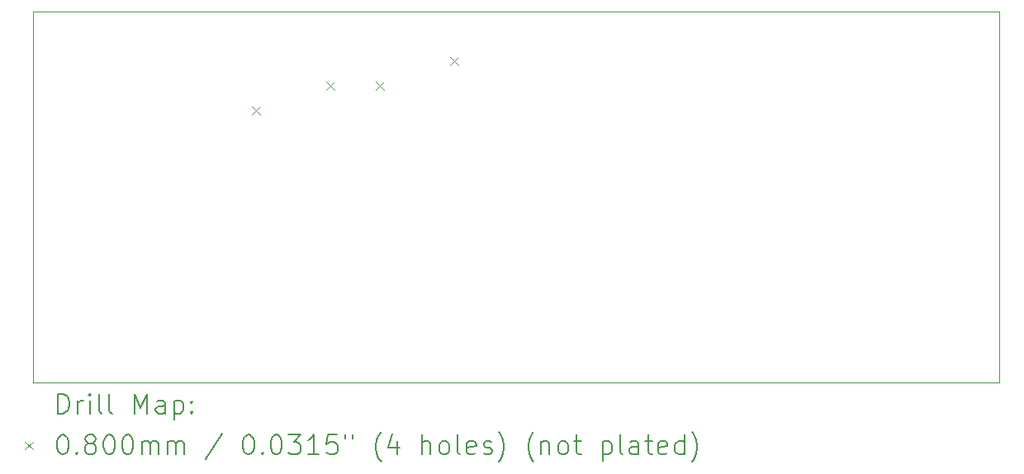
<source format=gbr>
%TF.GenerationSoftware,KiCad,Pcbnew,9.0.3+dfsg-1*%
%TF.CreationDate,2026-02-21T17:58:44+01:00*%
%TF.ProjectId,MaxPilot,4d617850-696c-46f7-942e-6b696361645f,rev?*%
%TF.SameCoordinates,Original*%
%TF.FileFunction,Drillmap*%
%TF.FilePolarity,Positive*%
%FSLAX45Y45*%
G04 Gerber Fmt 4.5, Leading zero omitted, Abs format (unit mm)*
G04 Created by KiCad (PCBNEW 9.0.3+dfsg-1) date 2026-02-21 17:58:44*
%MOMM*%
%LPD*%
G01*
G04 APERTURE LIST*
%ADD10C,0.100000*%
%ADD11C,0.200000*%
G04 APERTURE END LIST*
D10*
X1270000Y-1270000D02*
X11176000Y-1270000D01*
X11176000Y-5080000D02*
X1270000Y-5080000D01*
X11176000Y-1270000D02*
X11176000Y-5080000D01*
X1270000Y-5080000D02*
X1270000Y-1270000D01*
D11*
D10*
X3516000Y-2246000D02*
X3596000Y-2326000D01*
X3596000Y-2246000D02*
X3516000Y-2326000D01*
X4278000Y-1992000D02*
X4358000Y-2072000D01*
X4358000Y-1992000D02*
X4278000Y-2072000D01*
X4786000Y-1992000D02*
X4866000Y-2072000D01*
X4866000Y-1992000D02*
X4786000Y-2072000D01*
X5548000Y-1738000D02*
X5628000Y-1818000D01*
X5628000Y-1738000D02*
X5548000Y-1818000D01*
D11*
X1525777Y-5396484D02*
X1525777Y-5196484D01*
X1525777Y-5196484D02*
X1573396Y-5196484D01*
X1573396Y-5196484D02*
X1601967Y-5206008D01*
X1601967Y-5206008D02*
X1621015Y-5225055D01*
X1621015Y-5225055D02*
X1630539Y-5244103D01*
X1630539Y-5244103D02*
X1640062Y-5282198D01*
X1640062Y-5282198D02*
X1640062Y-5310770D01*
X1640062Y-5310770D02*
X1630539Y-5348865D01*
X1630539Y-5348865D02*
X1621015Y-5367912D01*
X1621015Y-5367912D02*
X1601967Y-5386960D01*
X1601967Y-5386960D02*
X1573396Y-5396484D01*
X1573396Y-5396484D02*
X1525777Y-5396484D01*
X1725777Y-5396484D02*
X1725777Y-5263150D01*
X1725777Y-5301246D02*
X1735301Y-5282198D01*
X1735301Y-5282198D02*
X1744824Y-5272674D01*
X1744824Y-5272674D02*
X1763872Y-5263150D01*
X1763872Y-5263150D02*
X1782920Y-5263150D01*
X1849586Y-5396484D02*
X1849586Y-5263150D01*
X1849586Y-5196484D02*
X1840062Y-5206008D01*
X1840062Y-5206008D02*
X1849586Y-5215531D01*
X1849586Y-5215531D02*
X1859110Y-5206008D01*
X1859110Y-5206008D02*
X1849586Y-5196484D01*
X1849586Y-5196484D02*
X1849586Y-5215531D01*
X1973396Y-5396484D02*
X1954348Y-5386960D01*
X1954348Y-5386960D02*
X1944824Y-5367912D01*
X1944824Y-5367912D02*
X1944824Y-5196484D01*
X2078158Y-5396484D02*
X2059110Y-5386960D01*
X2059110Y-5386960D02*
X2049586Y-5367912D01*
X2049586Y-5367912D02*
X2049586Y-5196484D01*
X2306729Y-5396484D02*
X2306729Y-5196484D01*
X2306729Y-5196484D02*
X2373396Y-5339341D01*
X2373396Y-5339341D02*
X2440063Y-5196484D01*
X2440063Y-5196484D02*
X2440063Y-5396484D01*
X2621015Y-5396484D02*
X2621015Y-5291722D01*
X2621015Y-5291722D02*
X2611491Y-5272674D01*
X2611491Y-5272674D02*
X2592444Y-5263150D01*
X2592444Y-5263150D02*
X2554348Y-5263150D01*
X2554348Y-5263150D02*
X2535301Y-5272674D01*
X2621015Y-5386960D02*
X2601967Y-5396484D01*
X2601967Y-5396484D02*
X2554348Y-5396484D01*
X2554348Y-5396484D02*
X2535301Y-5386960D01*
X2535301Y-5386960D02*
X2525777Y-5367912D01*
X2525777Y-5367912D02*
X2525777Y-5348865D01*
X2525777Y-5348865D02*
X2535301Y-5329817D01*
X2535301Y-5329817D02*
X2554348Y-5320293D01*
X2554348Y-5320293D02*
X2601967Y-5320293D01*
X2601967Y-5320293D02*
X2621015Y-5310770D01*
X2716253Y-5263150D02*
X2716253Y-5463150D01*
X2716253Y-5272674D02*
X2735301Y-5263150D01*
X2735301Y-5263150D02*
X2773396Y-5263150D01*
X2773396Y-5263150D02*
X2792444Y-5272674D01*
X2792444Y-5272674D02*
X2801967Y-5282198D01*
X2801967Y-5282198D02*
X2811491Y-5301246D01*
X2811491Y-5301246D02*
X2811491Y-5358389D01*
X2811491Y-5358389D02*
X2801967Y-5377436D01*
X2801967Y-5377436D02*
X2792444Y-5386960D01*
X2792444Y-5386960D02*
X2773396Y-5396484D01*
X2773396Y-5396484D02*
X2735301Y-5396484D01*
X2735301Y-5396484D02*
X2716253Y-5386960D01*
X2897205Y-5377436D02*
X2906729Y-5386960D01*
X2906729Y-5386960D02*
X2897205Y-5396484D01*
X2897205Y-5396484D02*
X2887682Y-5386960D01*
X2887682Y-5386960D02*
X2897205Y-5377436D01*
X2897205Y-5377436D02*
X2897205Y-5396484D01*
X2897205Y-5272674D02*
X2906729Y-5282198D01*
X2906729Y-5282198D02*
X2897205Y-5291722D01*
X2897205Y-5291722D02*
X2887682Y-5282198D01*
X2887682Y-5282198D02*
X2897205Y-5272674D01*
X2897205Y-5272674D02*
X2897205Y-5291722D01*
D10*
X1185000Y-5685000D02*
X1265000Y-5765000D01*
X1265000Y-5685000D02*
X1185000Y-5765000D01*
D11*
X1563872Y-5616484D02*
X1582920Y-5616484D01*
X1582920Y-5616484D02*
X1601967Y-5626008D01*
X1601967Y-5626008D02*
X1611491Y-5635531D01*
X1611491Y-5635531D02*
X1621015Y-5654579D01*
X1621015Y-5654579D02*
X1630539Y-5692674D01*
X1630539Y-5692674D02*
X1630539Y-5740293D01*
X1630539Y-5740293D02*
X1621015Y-5778388D01*
X1621015Y-5778388D02*
X1611491Y-5797436D01*
X1611491Y-5797436D02*
X1601967Y-5806960D01*
X1601967Y-5806960D02*
X1582920Y-5816484D01*
X1582920Y-5816484D02*
X1563872Y-5816484D01*
X1563872Y-5816484D02*
X1544824Y-5806960D01*
X1544824Y-5806960D02*
X1535301Y-5797436D01*
X1535301Y-5797436D02*
X1525777Y-5778388D01*
X1525777Y-5778388D02*
X1516253Y-5740293D01*
X1516253Y-5740293D02*
X1516253Y-5692674D01*
X1516253Y-5692674D02*
X1525777Y-5654579D01*
X1525777Y-5654579D02*
X1535301Y-5635531D01*
X1535301Y-5635531D02*
X1544824Y-5626008D01*
X1544824Y-5626008D02*
X1563872Y-5616484D01*
X1716253Y-5797436D02*
X1725777Y-5806960D01*
X1725777Y-5806960D02*
X1716253Y-5816484D01*
X1716253Y-5816484D02*
X1706729Y-5806960D01*
X1706729Y-5806960D02*
X1716253Y-5797436D01*
X1716253Y-5797436D02*
X1716253Y-5816484D01*
X1840062Y-5702198D02*
X1821015Y-5692674D01*
X1821015Y-5692674D02*
X1811491Y-5683150D01*
X1811491Y-5683150D02*
X1801967Y-5664103D01*
X1801967Y-5664103D02*
X1801967Y-5654579D01*
X1801967Y-5654579D02*
X1811491Y-5635531D01*
X1811491Y-5635531D02*
X1821015Y-5626008D01*
X1821015Y-5626008D02*
X1840062Y-5616484D01*
X1840062Y-5616484D02*
X1878158Y-5616484D01*
X1878158Y-5616484D02*
X1897205Y-5626008D01*
X1897205Y-5626008D02*
X1906729Y-5635531D01*
X1906729Y-5635531D02*
X1916253Y-5654579D01*
X1916253Y-5654579D02*
X1916253Y-5664103D01*
X1916253Y-5664103D02*
X1906729Y-5683150D01*
X1906729Y-5683150D02*
X1897205Y-5692674D01*
X1897205Y-5692674D02*
X1878158Y-5702198D01*
X1878158Y-5702198D02*
X1840062Y-5702198D01*
X1840062Y-5702198D02*
X1821015Y-5711722D01*
X1821015Y-5711722D02*
X1811491Y-5721246D01*
X1811491Y-5721246D02*
X1801967Y-5740293D01*
X1801967Y-5740293D02*
X1801967Y-5778388D01*
X1801967Y-5778388D02*
X1811491Y-5797436D01*
X1811491Y-5797436D02*
X1821015Y-5806960D01*
X1821015Y-5806960D02*
X1840062Y-5816484D01*
X1840062Y-5816484D02*
X1878158Y-5816484D01*
X1878158Y-5816484D02*
X1897205Y-5806960D01*
X1897205Y-5806960D02*
X1906729Y-5797436D01*
X1906729Y-5797436D02*
X1916253Y-5778388D01*
X1916253Y-5778388D02*
X1916253Y-5740293D01*
X1916253Y-5740293D02*
X1906729Y-5721246D01*
X1906729Y-5721246D02*
X1897205Y-5711722D01*
X1897205Y-5711722D02*
X1878158Y-5702198D01*
X2040062Y-5616484D02*
X2059110Y-5616484D01*
X2059110Y-5616484D02*
X2078158Y-5626008D01*
X2078158Y-5626008D02*
X2087682Y-5635531D01*
X2087682Y-5635531D02*
X2097205Y-5654579D01*
X2097205Y-5654579D02*
X2106729Y-5692674D01*
X2106729Y-5692674D02*
X2106729Y-5740293D01*
X2106729Y-5740293D02*
X2097205Y-5778388D01*
X2097205Y-5778388D02*
X2087682Y-5797436D01*
X2087682Y-5797436D02*
X2078158Y-5806960D01*
X2078158Y-5806960D02*
X2059110Y-5816484D01*
X2059110Y-5816484D02*
X2040062Y-5816484D01*
X2040062Y-5816484D02*
X2021015Y-5806960D01*
X2021015Y-5806960D02*
X2011491Y-5797436D01*
X2011491Y-5797436D02*
X2001967Y-5778388D01*
X2001967Y-5778388D02*
X1992443Y-5740293D01*
X1992443Y-5740293D02*
X1992443Y-5692674D01*
X1992443Y-5692674D02*
X2001967Y-5654579D01*
X2001967Y-5654579D02*
X2011491Y-5635531D01*
X2011491Y-5635531D02*
X2021015Y-5626008D01*
X2021015Y-5626008D02*
X2040062Y-5616484D01*
X2230539Y-5616484D02*
X2249586Y-5616484D01*
X2249586Y-5616484D02*
X2268634Y-5626008D01*
X2268634Y-5626008D02*
X2278158Y-5635531D01*
X2278158Y-5635531D02*
X2287682Y-5654579D01*
X2287682Y-5654579D02*
X2297205Y-5692674D01*
X2297205Y-5692674D02*
X2297205Y-5740293D01*
X2297205Y-5740293D02*
X2287682Y-5778388D01*
X2287682Y-5778388D02*
X2278158Y-5797436D01*
X2278158Y-5797436D02*
X2268634Y-5806960D01*
X2268634Y-5806960D02*
X2249586Y-5816484D01*
X2249586Y-5816484D02*
X2230539Y-5816484D01*
X2230539Y-5816484D02*
X2211491Y-5806960D01*
X2211491Y-5806960D02*
X2201967Y-5797436D01*
X2201967Y-5797436D02*
X2192444Y-5778388D01*
X2192444Y-5778388D02*
X2182920Y-5740293D01*
X2182920Y-5740293D02*
X2182920Y-5692674D01*
X2182920Y-5692674D02*
X2192444Y-5654579D01*
X2192444Y-5654579D02*
X2201967Y-5635531D01*
X2201967Y-5635531D02*
X2211491Y-5626008D01*
X2211491Y-5626008D02*
X2230539Y-5616484D01*
X2382920Y-5816484D02*
X2382920Y-5683150D01*
X2382920Y-5702198D02*
X2392444Y-5692674D01*
X2392444Y-5692674D02*
X2411491Y-5683150D01*
X2411491Y-5683150D02*
X2440063Y-5683150D01*
X2440063Y-5683150D02*
X2459110Y-5692674D01*
X2459110Y-5692674D02*
X2468634Y-5711722D01*
X2468634Y-5711722D02*
X2468634Y-5816484D01*
X2468634Y-5711722D02*
X2478158Y-5692674D01*
X2478158Y-5692674D02*
X2497205Y-5683150D01*
X2497205Y-5683150D02*
X2525777Y-5683150D01*
X2525777Y-5683150D02*
X2544825Y-5692674D01*
X2544825Y-5692674D02*
X2554348Y-5711722D01*
X2554348Y-5711722D02*
X2554348Y-5816484D01*
X2649586Y-5816484D02*
X2649586Y-5683150D01*
X2649586Y-5702198D02*
X2659110Y-5692674D01*
X2659110Y-5692674D02*
X2678158Y-5683150D01*
X2678158Y-5683150D02*
X2706729Y-5683150D01*
X2706729Y-5683150D02*
X2725777Y-5692674D01*
X2725777Y-5692674D02*
X2735301Y-5711722D01*
X2735301Y-5711722D02*
X2735301Y-5816484D01*
X2735301Y-5711722D02*
X2744825Y-5692674D01*
X2744825Y-5692674D02*
X2763872Y-5683150D01*
X2763872Y-5683150D02*
X2792444Y-5683150D01*
X2792444Y-5683150D02*
X2811491Y-5692674D01*
X2811491Y-5692674D02*
X2821015Y-5711722D01*
X2821015Y-5711722D02*
X2821015Y-5816484D01*
X3211491Y-5606960D02*
X3040063Y-5864103D01*
X3468634Y-5616484D02*
X3487682Y-5616484D01*
X3487682Y-5616484D02*
X3506729Y-5626008D01*
X3506729Y-5626008D02*
X3516253Y-5635531D01*
X3516253Y-5635531D02*
X3525777Y-5654579D01*
X3525777Y-5654579D02*
X3535301Y-5692674D01*
X3535301Y-5692674D02*
X3535301Y-5740293D01*
X3535301Y-5740293D02*
X3525777Y-5778388D01*
X3525777Y-5778388D02*
X3516253Y-5797436D01*
X3516253Y-5797436D02*
X3506729Y-5806960D01*
X3506729Y-5806960D02*
X3487682Y-5816484D01*
X3487682Y-5816484D02*
X3468634Y-5816484D01*
X3468634Y-5816484D02*
X3449586Y-5806960D01*
X3449586Y-5806960D02*
X3440063Y-5797436D01*
X3440063Y-5797436D02*
X3430539Y-5778388D01*
X3430539Y-5778388D02*
X3421015Y-5740293D01*
X3421015Y-5740293D02*
X3421015Y-5692674D01*
X3421015Y-5692674D02*
X3430539Y-5654579D01*
X3430539Y-5654579D02*
X3440063Y-5635531D01*
X3440063Y-5635531D02*
X3449586Y-5626008D01*
X3449586Y-5626008D02*
X3468634Y-5616484D01*
X3621015Y-5797436D02*
X3630539Y-5806960D01*
X3630539Y-5806960D02*
X3621015Y-5816484D01*
X3621015Y-5816484D02*
X3611491Y-5806960D01*
X3611491Y-5806960D02*
X3621015Y-5797436D01*
X3621015Y-5797436D02*
X3621015Y-5816484D01*
X3754348Y-5616484D02*
X3773396Y-5616484D01*
X3773396Y-5616484D02*
X3792444Y-5626008D01*
X3792444Y-5626008D02*
X3801967Y-5635531D01*
X3801967Y-5635531D02*
X3811491Y-5654579D01*
X3811491Y-5654579D02*
X3821015Y-5692674D01*
X3821015Y-5692674D02*
X3821015Y-5740293D01*
X3821015Y-5740293D02*
X3811491Y-5778388D01*
X3811491Y-5778388D02*
X3801967Y-5797436D01*
X3801967Y-5797436D02*
X3792444Y-5806960D01*
X3792444Y-5806960D02*
X3773396Y-5816484D01*
X3773396Y-5816484D02*
X3754348Y-5816484D01*
X3754348Y-5816484D02*
X3735301Y-5806960D01*
X3735301Y-5806960D02*
X3725777Y-5797436D01*
X3725777Y-5797436D02*
X3716253Y-5778388D01*
X3716253Y-5778388D02*
X3706729Y-5740293D01*
X3706729Y-5740293D02*
X3706729Y-5692674D01*
X3706729Y-5692674D02*
X3716253Y-5654579D01*
X3716253Y-5654579D02*
X3725777Y-5635531D01*
X3725777Y-5635531D02*
X3735301Y-5626008D01*
X3735301Y-5626008D02*
X3754348Y-5616484D01*
X3887682Y-5616484D02*
X4011491Y-5616484D01*
X4011491Y-5616484D02*
X3944825Y-5692674D01*
X3944825Y-5692674D02*
X3973396Y-5692674D01*
X3973396Y-5692674D02*
X3992444Y-5702198D01*
X3992444Y-5702198D02*
X4001967Y-5711722D01*
X4001967Y-5711722D02*
X4011491Y-5730769D01*
X4011491Y-5730769D02*
X4011491Y-5778388D01*
X4011491Y-5778388D02*
X4001967Y-5797436D01*
X4001967Y-5797436D02*
X3992444Y-5806960D01*
X3992444Y-5806960D02*
X3973396Y-5816484D01*
X3973396Y-5816484D02*
X3916253Y-5816484D01*
X3916253Y-5816484D02*
X3897206Y-5806960D01*
X3897206Y-5806960D02*
X3887682Y-5797436D01*
X4201968Y-5816484D02*
X4087682Y-5816484D01*
X4144825Y-5816484D02*
X4144825Y-5616484D01*
X4144825Y-5616484D02*
X4125777Y-5645055D01*
X4125777Y-5645055D02*
X4106729Y-5664103D01*
X4106729Y-5664103D02*
X4087682Y-5673627D01*
X4382920Y-5616484D02*
X4287682Y-5616484D01*
X4287682Y-5616484D02*
X4278158Y-5711722D01*
X4278158Y-5711722D02*
X4287682Y-5702198D01*
X4287682Y-5702198D02*
X4306729Y-5692674D01*
X4306729Y-5692674D02*
X4354349Y-5692674D01*
X4354349Y-5692674D02*
X4373396Y-5702198D01*
X4373396Y-5702198D02*
X4382920Y-5711722D01*
X4382920Y-5711722D02*
X4392444Y-5730769D01*
X4392444Y-5730769D02*
X4392444Y-5778388D01*
X4392444Y-5778388D02*
X4382920Y-5797436D01*
X4382920Y-5797436D02*
X4373396Y-5806960D01*
X4373396Y-5806960D02*
X4354349Y-5816484D01*
X4354349Y-5816484D02*
X4306729Y-5816484D01*
X4306729Y-5816484D02*
X4287682Y-5806960D01*
X4287682Y-5806960D02*
X4278158Y-5797436D01*
X4468634Y-5616484D02*
X4468634Y-5654579D01*
X4544825Y-5616484D02*
X4544825Y-5654579D01*
X4840063Y-5892674D02*
X4830539Y-5883150D01*
X4830539Y-5883150D02*
X4811491Y-5854579D01*
X4811491Y-5854579D02*
X4801968Y-5835531D01*
X4801968Y-5835531D02*
X4792444Y-5806960D01*
X4792444Y-5806960D02*
X4782920Y-5759341D01*
X4782920Y-5759341D02*
X4782920Y-5721246D01*
X4782920Y-5721246D02*
X4792444Y-5673627D01*
X4792444Y-5673627D02*
X4801968Y-5645055D01*
X4801968Y-5645055D02*
X4811491Y-5626008D01*
X4811491Y-5626008D02*
X4830539Y-5597436D01*
X4830539Y-5597436D02*
X4840063Y-5587912D01*
X5001968Y-5683150D02*
X5001968Y-5816484D01*
X4954349Y-5606960D02*
X4906730Y-5749817D01*
X4906730Y-5749817D02*
X5030539Y-5749817D01*
X5259111Y-5816484D02*
X5259111Y-5616484D01*
X5344825Y-5816484D02*
X5344825Y-5711722D01*
X5344825Y-5711722D02*
X5335301Y-5692674D01*
X5335301Y-5692674D02*
X5316253Y-5683150D01*
X5316253Y-5683150D02*
X5287682Y-5683150D01*
X5287682Y-5683150D02*
X5268634Y-5692674D01*
X5268634Y-5692674D02*
X5259111Y-5702198D01*
X5468634Y-5816484D02*
X5449587Y-5806960D01*
X5449587Y-5806960D02*
X5440063Y-5797436D01*
X5440063Y-5797436D02*
X5430539Y-5778388D01*
X5430539Y-5778388D02*
X5430539Y-5721246D01*
X5430539Y-5721246D02*
X5440063Y-5702198D01*
X5440063Y-5702198D02*
X5449587Y-5692674D01*
X5449587Y-5692674D02*
X5468634Y-5683150D01*
X5468634Y-5683150D02*
X5497206Y-5683150D01*
X5497206Y-5683150D02*
X5516253Y-5692674D01*
X5516253Y-5692674D02*
X5525777Y-5702198D01*
X5525777Y-5702198D02*
X5535301Y-5721246D01*
X5535301Y-5721246D02*
X5535301Y-5778388D01*
X5535301Y-5778388D02*
X5525777Y-5797436D01*
X5525777Y-5797436D02*
X5516253Y-5806960D01*
X5516253Y-5806960D02*
X5497206Y-5816484D01*
X5497206Y-5816484D02*
X5468634Y-5816484D01*
X5649587Y-5816484D02*
X5630539Y-5806960D01*
X5630539Y-5806960D02*
X5621015Y-5787912D01*
X5621015Y-5787912D02*
X5621015Y-5616484D01*
X5801968Y-5806960D02*
X5782920Y-5816484D01*
X5782920Y-5816484D02*
X5744825Y-5816484D01*
X5744825Y-5816484D02*
X5725777Y-5806960D01*
X5725777Y-5806960D02*
X5716253Y-5787912D01*
X5716253Y-5787912D02*
X5716253Y-5711722D01*
X5716253Y-5711722D02*
X5725777Y-5692674D01*
X5725777Y-5692674D02*
X5744825Y-5683150D01*
X5744825Y-5683150D02*
X5782920Y-5683150D01*
X5782920Y-5683150D02*
X5801968Y-5692674D01*
X5801968Y-5692674D02*
X5811491Y-5711722D01*
X5811491Y-5711722D02*
X5811491Y-5730769D01*
X5811491Y-5730769D02*
X5716253Y-5749817D01*
X5887682Y-5806960D02*
X5906730Y-5816484D01*
X5906730Y-5816484D02*
X5944825Y-5816484D01*
X5944825Y-5816484D02*
X5963872Y-5806960D01*
X5963872Y-5806960D02*
X5973396Y-5787912D01*
X5973396Y-5787912D02*
X5973396Y-5778388D01*
X5973396Y-5778388D02*
X5963872Y-5759341D01*
X5963872Y-5759341D02*
X5944825Y-5749817D01*
X5944825Y-5749817D02*
X5916253Y-5749817D01*
X5916253Y-5749817D02*
X5897206Y-5740293D01*
X5897206Y-5740293D02*
X5887682Y-5721246D01*
X5887682Y-5721246D02*
X5887682Y-5711722D01*
X5887682Y-5711722D02*
X5897206Y-5692674D01*
X5897206Y-5692674D02*
X5916253Y-5683150D01*
X5916253Y-5683150D02*
X5944825Y-5683150D01*
X5944825Y-5683150D02*
X5963872Y-5692674D01*
X6040063Y-5892674D02*
X6049587Y-5883150D01*
X6049587Y-5883150D02*
X6068634Y-5854579D01*
X6068634Y-5854579D02*
X6078158Y-5835531D01*
X6078158Y-5835531D02*
X6087682Y-5806960D01*
X6087682Y-5806960D02*
X6097206Y-5759341D01*
X6097206Y-5759341D02*
X6097206Y-5721246D01*
X6097206Y-5721246D02*
X6087682Y-5673627D01*
X6087682Y-5673627D02*
X6078158Y-5645055D01*
X6078158Y-5645055D02*
X6068634Y-5626008D01*
X6068634Y-5626008D02*
X6049587Y-5597436D01*
X6049587Y-5597436D02*
X6040063Y-5587912D01*
X6401968Y-5892674D02*
X6392444Y-5883150D01*
X6392444Y-5883150D02*
X6373396Y-5854579D01*
X6373396Y-5854579D02*
X6363872Y-5835531D01*
X6363872Y-5835531D02*
X6354349Y-5806960D01*
X6354349Y-5806960D02*
X6344825Y-5759341D01*
X6344825Y-5759341D02*
X6344825Y-5721246D01*
X6344825Y-5721246D02*
X6354349Y-5673627D01*
X6354349Y-5673627D02*
X6363872Y-5645055D01*
X6363872Y-5645055D02*
X6373396Y-5626008D01*
X6373396Y-5626008D02*
X6392444Y-5597436D01*
X6392444Y-5597436D02*
X6401968Y-5587912D01*
X6478158Y-5683150D02*
X6478158Y-5816484D01*
X6478158Y-5702198D02*
X6487682Y-5692674D01*
X6487682Y-5692674D02*
X6506730Y-5683150D01*
X6506730Y-5683150D02*
X6535301Y-5683150D01*
X6535301Y-5683150D02*
X6554349Y-5692674D01*
X6554349Y-5692674D02*
X6563872Y-5711722D01*
X6563872Y-5711722D02*
X6563872Y-5816484D01*
X6687682Y-5816484D02*
X6668634Y-5806960D01*
X6668634Y-5806960D02*
X6659111Y-5797436D01*
X6659111Y-5797436D02*
X6649587Y-5778388D01*
X6649587Y-5778388D02*
X6649587Y-5721246D01*
X6649587Y-5721246D02*
X6659111Y-5702198D01*
X6659111Y-5702198D02*
X6668634Y-5692674D01*
X6668634Y-5692674D02*
X6687682Y-5683150D01*
X6687682Y-5683150D02*
X6716253Y-5683150D01*
X6716253Y-5683150D02*
X6735301Y-5692674D01*
X6735301Y-5692674D02*
X6744825Y-5702198D01*
X6744825Y-5702198D02*
X6754349Y-5721246D01*
X6754349Y-5721246D02*
X6754349Y-5778388D01*
X6754349Y-5778388D02*
X6744825Y-5797436D01*
X6744825Y-5797436D02*
X6735301Y-5806960D01*
X6735301Y-5806960D02*
X6716253Y-5816484D01*
X6716253Y-5816484D02*
X6687682Y-5816484D01*
X6811492Y-5683150D02*
X6887682Y-5683150D01*
X6840063Y-5616484D02*
X6840063Y-5787912D01*
X6840063Y-5787912D02*
X6849587Y-5806960D01*
X6849587Y-5806960D02*
X6868634Y-5816484D01*
X6868634Y-5816484D02*
X6887682Y-5816484D01*
X7106730Y-5683150D02*
X7106730Y-5883150D01*
X7106730Y-5692674D02*
X7125777Y-5683150D01*
X7125777Y-5683150D02*
X7163873Y-5683150D01*
X7163873Y-5683150D02*
X7182920Y-5692674D01*
X7182920Y-5692674D02*
X7192444Y-5702198D01*
X7192444Y-5702198D02*
X7201968Y-5721246D01*
X7201968Y-5721246D02*
X7201968Y-5778388D01*
X7201968Y-5778388D02*
X7192444Y-5797436D01*
X7192444Y-5797436D02*
X7182920Y-5806960D01*
X7182920Y-5806960D02*
X7163873Y-5816484D01*
X7163873Y-5816484D02*
X7125777Y-5816484D01*
X7125777Y-5816484D02*
X7106730Y-5806960D01*
X7316253Y-5816484D02*
X7297206Y-5806960D01*
X7297206Y-5806960D02*
X7287682Y-5787912D01*
X7287682Y-5787912D02*
X7287682Y-5616484D01*
X7478158Y-5816484D02*
X7478158Y-5711722D01*
X7478158Y-5711722D02*
X7468634Y-5692674D01*
X7468634Y-5692674D02*
X7449587Y-5683150D01*
X7449587Y-5683150D02*
X7411492Y-5683150D01*
X7411492Y-5683150D02*
X7392444Y-5692674D01*
X7478158Y-5806960D02*
X7459111Y-5816484D01*
X7459111Y-5816484D02*
X7411492Y-5816484D01*
X7411492Y-5816484D02*
X7392444Y-5806960D01*
X7392444Y-5806960D02*
X7382920Y-5787912D01*
X7382920Y-5787912D02*
X7382920Y-5768865D01*
X7382920Y-5768865D02*
X7392444Y-5749817D01*
X7392444Y-5749817D02*
X7411492Y-5740293D01*
X7411492Y-5740293D02*
X7459111Y-5740293D01*
X7459111Y-5740293D02*
X7478158Y-5730769D01*
X7544825Y-5683150D02*
X7621015Y-5683150D01*
X7573396Y-5616484D02*
X7573396Y-5787912D01*
X7573396Y-5787912D02*
X7582920Y-5806960D01*
X7582920Y-5806960D02*
X7601968Y-5816484D01*
X7601968Y-5816484D02*
X7621015Y-5816484D01*
X7763873Y-5806960D02*
X7744825Y-5816484D01*
X7744825Y-5816484D02*
X7706730Y-5816484D01*
X7706730Y-5816484D02*
X7687682Y-5806960D01*
X7687682Y-5806960D02*
X7678158Y-5787912D01*
X7678158Y-5787912D02*
X7678158Y-5711722D01*
X7678158Y-5711722D02*
X7687682Y-5692674D01*
X7687682Y-5692674D02*
X7706730Y-5683150D01*
X7706730Y-5683150D02*
X7744825Y-5683150D01*
X7744825Y-5683150D02*
X7763873Y-5692674D01*
X7763873Y-5692674D02*
X7773396Y-5711722D01*
X7773396Y-5711722D02*
X7773396Y-5730769D01*
X7773396Y-5730769D02*
X7678158Y-5749817D01*
X7944825Y-5816484D02*
X7944825Y-5616484D01*
X7944825Y-5806960D02*
X7925777Y-5816484D01*
X7925777Y-5816484D02*
X7887682Y-5816484D01*
X7887682Y-5816484D02*
X7868634Y-5806960D01*
X7868634Y-5806960D02*
X7859111Y-5797436D01*
X7859111Y-5797436D02*
X7849587Y-5778388D01*
X7849587Y-5778388D02*
X7849587Y-5721246D01*
X7849587Y-5721246D02*
X7859111Y-5702198D01*
X7859111Y-5702198D02*
X7868634Y-5692674D01*
X7868634Y-5692674D02*
X7887682Y-5683150D01*
X7887682Y-5683150D02*
X7925777Y-5683150D01*
X7925777Y-5683150D02*
X7944825Y-5692674D01*
X8021015Y-5892674D02*
X8030539Y-5883150D01*
X8030539Y-5883150D02*
X8049587Y-5854579D01*
X8049587Y-5854579D02*
X8059111Y-5835531D01*
X8059111Y-5835531D02*
X8068634Y-5806960D01*
X8068634Y-5806960D02*
X8078158Y-5759341D01*
X8078158Y-5759341D02*
X8078158Y-5721246D01*
X8078158Y-5721246D02*
X8068634Y-5673627D01*
X8068634Y-5673627D02*
X8059111Y-5645055D01*
X8059111Y-5645055D02*
X8049587Y-5626008D01*
X8049587Y-5626008D02*
X8030539Y-5597436D01*
X8030539Y-5597436D02*
X8021015Y-5587912D01*
M02*

</source>
